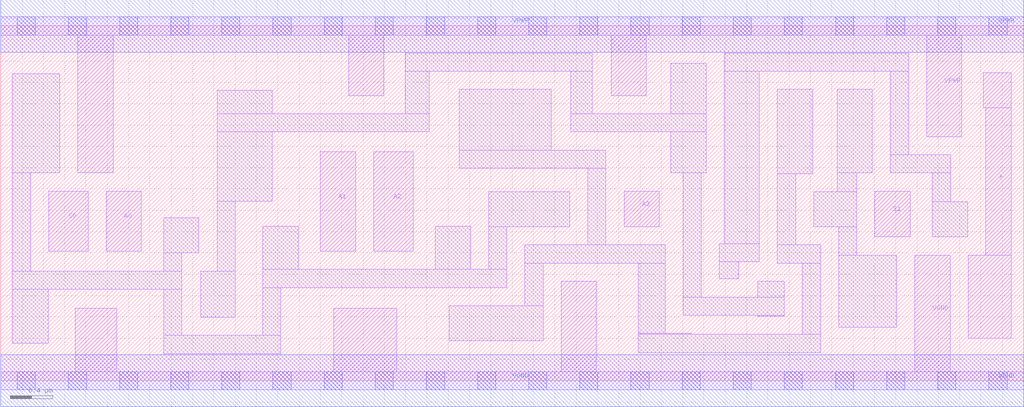
<source format=lef>
# Copyright 2020 The SkyWater PDK Authors
#
# Licensed under the Apache License, Version 2.0 (the "License");
# you may not use this file except in compliance with the License.
# You may obtain a copy of the License at
#
#     https://www.apache.org/licenses/LICENSE-2.0
#
# Unless required by applicable law or agreed to in writing, software
# distributed under the License is distributed on an "AS IS" BASIS,
# WITHOUT WARRANTIES OR CONDITIONS OF ANY KIND, either express or implied.
# See the License for the specific language governing permissions and
# limitations under the License.
#
# SPDX-License-Identifier: Apache-2.0

VERSION 5.7 ;
  NAMESCASESENSITIVE ON ;
  NOWIREEXTENSIONATPIN ON ;
  DIVIDERCHAR "/" ;
  BUSBITCHARS "[]" ;
UNITS
  DATABASE MICRONS 200 ;
END UNITS
MACRO sky130_fd_sc_ms__mux4_1
  CLASS CORE ;
  SOURCE USER ;
  FOREIGN sky130_fd_sc_ms__mux4_1 ;
  ORIGIN  0.000000  0.000000 ;
  SIZE  9.600000 BY  3.330000 ;
  SYMMETRY X Y ;
  SITE unit ;
  PIN A0
    ANTENNAGATEAREA  0.276000 ;
    DIRECTION INPUT ;
    USE SIGNAL ;
    PORT
      LAYER li1 ;
        RECT 0.990000 1.215000 1.320000 1.780000 ;
    END
  END A0
  PIN A1
    ANTENNAGATEAREA  0.276000 ;
    DIRECTION INPUT ;
    USE SIGNAL ;
    PORT
      LAYER li1 ;
        RECT 3.000000 1.215000 3.330000 2.150000 ;
    END
  END A1
  PIN A2
    ANTENNAGATEAREA  0.276000 ;
    DIRECTION INPUT ;
    USE SIGNAL ;
    PORT
      LAYER li1 ;
        RECT 3.500000 1.215000 3.870000 2.150000 ;
    END
  END A2
  PIN A3
    ANTENNAGATEAREA  0.276000 ;
    DIRECTION INPUT ;
    USE SIGNAL ;
    PORT
      LAYER li1 ;
        RECT 5.850000 1.445000 6.180000 1.780000 ;
    END
  END A3
  PIN S0
    ANTENNAGATEAREA  0.828000 ;
    DIRECTION INPUT ;
    USE SIGNAL ;
    PORT
      LAYER li1 ;
        RECT 0.450000 1.215000 0.820000 1.780000 ;
    END
  END S0
  PIN S1
    ANTENNAGATEAREA  0.552000 ;
    DIRECTION INPUT ;
    USE SIGNAL ;
    PORT
      LAYER li1 ;
        RECT 8.205000 1.350000 8.535000 1.780000 ;
    END
  END S1
  PIN X
    ANTENNADIFFAREA  0.541300 ;
    DIRECTION OUTPUT ;
    USE SIGNAL ;
    PORT
      LAYER li1 ;
        RECT 9.080000 0.400000 9.485000 1.180000 ;
        RECT 9.220000 2.560000 9.485000 2.890000 ;
        RECT 9.245000 1.180000 9.485000 2.560000 ;
    END
  END X
  PIN VGND
    DIRECTION INOUT ;
    USE GROUND ;
    PORT
      LAYER li1 ;
        RECT 0.000000 -0.085000 9.600000 0.085000 ;
        RECT 0.700000  0.085000 1.090000 0.680000 ;
        RECT 3.125000  0.085000 3.715000 0.680000 ;
        RECT 5.260000  0.085000 5.590000 0.935000 ;
        RECT 8.580000  0.085000 8.910000 1.180000 ;
      LAYER mcon ;
        RECT 0.155000 -0.085000 0.325000 0.085000 ;
        RECT 0.635000 -0.085000 0.805000 0.085000 ;
        RECT 1.115000 -0.085000 1.285000 0.085000 ;
        RECT 1.595000 -0.085000 1.765000 0.085000 ;
        RECT 2.075000 -0.085000 2.245000 0.085000 ;
        RECT 2.555000 -0.085000 2.725000 0.085000 ;
        RECT 3.035000 -0.085000 3.205000 0.085000 ;
        RECT 3.515000 -0.085000 3.685000 0.085000 ;
        RECT 3.995000 -0.085000 4.165000 0.085000 ;
        RECT 4.475000 -0.085000 4.645000 0.085000 ;
        RECT 4.955000 -0.085000 5.125000 0.085000 ;
        RECT 5.435000 -0.085000 5.605000 0.085000 ;
        RECT 5.915000 -0.085000 6.085000 0.085000 ;
        RECT 6.395000 -0.085000 6.565000 0.085000 ;
        RECT 6.875000 -0.085000 7.045000 0.085000 ;
        RECT 7.355000 -0.085000 7.525000 0.085000 ;
        RECT 7.835000 -0.085000 8.005000 0.085000 ;
        RECT 8.315000 -0.085000 8.485000 0.085000 ;
        RECT 8.795000 -0.085000 8.965000 0.085000 ;
        RECT 9.275000 -0.085000 9.445000 0.085000 ;
      LAYER met1 ;
        RECT 0.000000 -0.245000 9.600000 0.245000 ;
    END
  END VGND
  PIN VPWR
    DIRECTION INOUT ;
    USE POWER ;
    PORT
      LAYER li1 ;
        RECT 0.000000 3.245000 9.600000 3.415000 ;
        RECT 0.725000 1.950000 1.055000 3.245000 ;
        RECT 3.265000 2.675000 3.595000 3.245000 ;
        RECT 5.730000 2.675000 6.060000 3.245000 ;
        RECT 8.690000 2.290000 9.020000 3.245000 ;
      LAYER mcon ;
        RECT 0.155000 3.245000 0.325000 3.415000 ;
        RECT 0.635000 3.245000 0.805000 3.415000 ;
        RECT 1.115000 3.245000 1.285000 3.415000 ;
        RECT 1.595000 3.245000 1.765000 3.415000 ;
        RECT 2.075000 3.245000 2.245000 3.415000 ;
        RECT 2.555000 3.245000 2.725000 3.415000 ;
        RECT 3.035000 3.245000 3.205000 3.415000 ;
        RECT 3.515000 3.245000 3.685000 3.415000 ;
        RECT 3.995000 3.245000 4.165000 3.415000 ;
        RECT 4.475000 3.245000 4.645000 3.415000 ;
        RECT 4.955000 3.245000 5.125000 3.415000 ;
        RECT 5.435000 3.245000 5.605000 3.415000 ;
        RECT 5.915000 3.245000 6.085000 3.415000 ;
        RECT 6.395000 3.245000 6.565000 3.415000 ;
        RECT 6.875000 3.245000 7.045000 3.415000 ;
        RECT 7.355000 3.245000 7.525000 3.415000 ;
        RECT 7.835000 3.245000 8.005000 3.415000 ;
        RECT 8.315000 3.245000 8.485000 3.415000 ;
        RECT 8.795000 3.245000 8.965000 3.415000 ;
        RECT 9.275000 3.245000 9.445000 3.415000 ;
      LAYER met1 ;
        RECT 0.000000 3.085000 9.600000 3.575000 ;
    END
  END VPWR
  OBS
    LAYER li1 ;
      RECT 0.110000 0.350000 0.445000 0.860000 ;
      RECT 0.110000 0.860000 1.700000 1.030000 ;
      RECT 0.110000 1.030000 0.280000 1.950000 ;
      RECT 0.110000 1.950000 0.555000 2.880000 ;
      RECT 1.530000 0.255000 2.630000 0.425000 ;
      RECT 1.530000 0.425000 1.700000 0.860000 ;
      RECT 1.530000 1.030000 1.700000 1.200000 ;
      RECT 1.530000 1.200000 1.860000 1.530000 ;
      RECT 1.875000 0.595000 2.200000 1.030000 ;
      RECT 2.030000 1.030000 2.200000 1.685000 ;
      RECT 2.030000 1.685000 2.550000 2.335000 ;
      RECT 2.030000 2.335000 4.020000 2.505000 ;
      RECT 2.030000 2.505000 2.550000 2.725000 ;
      RECT 2.460000 0.425000 2.630000 0.875000 ;
      RECT 2.460000 0.875000 4.750000 1.045000 ;
      RECT 2.460000 1.045000 2.790000 1.450000 ;
      RECT 3.795000 2.505000 4.020000 2.905000 ;
      RECT 3.795000 2.905000 5.550000 3.075000 ;
      RECT 4.080000 1.045000 4.410000 1.450000 ;
      RECT 4.210000 0.375000 5.090000 0.705000 ;
      RECT 4.305000 1.995000 5.680000 2.165000 ;
      RECT 4.305000 2.165000 5.165000 2.735000 ;
      RECT 4.580000 1.045000 4.750000 1.445000 ;
      RECT 4.580000 1.445000 5.340000 1.775000 ;
      RECT 4.920000 0.705000 5.090000 1.105000 ;
      RECT 4.920000 1.105000 6.235000 1.275000 ;
      RECT 5.350000 2.335000 6.620000 2.505000 ;
      RECT 5.350000 2.505000 5.550000 2.905000 ;
      RECT 5.510000 1.275000 5.680000 1.995000 ;
      RECT 5.985000 0.265000 7.695000 0.435000 ;
      RECT 5.985000 0.435000 6.485000 0.445000 ;
      RECT 5.985000 0.445000 6.235000 1.105000 ;
      RECT 6.290000 1.950000 6.620000 2.335000 ;
      RECT 6.290000 2.505000 6.620000 2.980000 ;
      RECT 6.405000 0.615000 7.355000 0.785000 ;
      RECT 6.405000 0.785000 6.575000 1.950000 ;
      RECT 6.745000 0.955000 6.925000 1.115000 ;
      RECT 6.745000 1.115000 7.120000 1.285000 ;
      RECT 6.790000 1.285000 7.120000 2.905000 ;
      RECT 6.790000 2.905000 8.520000 3.075000 ;
      RECT 7.105000 0.605000 7.355000 0.615000 ;
      RECT 7.105000 0.785000 7.355000 0.935000 ;
      RECT 7.290000 1.105000 7.695000 1.275000 ;
      RECT 7.290000 1.275000 7.460000 1.945000 ;
      RECT 7.290000 1.945000 7.620000 2.735000 ;
      RECT 7.525000 0.435000 7.695000 1.105000 ;
      RECT 7.630000 1.445000 8.035000 1.775000 ;
      RECT 7.850000 1.775000 8.035000 1.950000 ;
      RECT 7.850000 1.950000 8.180000 2.735000 ;
      RECT 7.865000 0.500000 8.410000 1.180000 ;
      RECT 7.865000 1.180000 8.035000 1.445000 ;
      RECT 8.350000 1.950000 8.915000 2.120000 ;
      RECT 8.350000 2.120000 8.520000 2.905000 ;
      RECT 8.745000 1.350000 9.075000 1.680000 ;
      RECT 8.745000 1.680000 8.915000 1.950000 ;
  END
END sky130_fd_sc_ms__mux4_1

</source>
